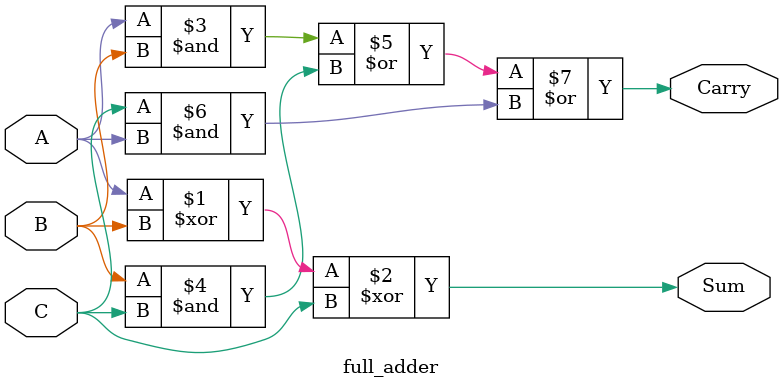
<source format=v>
`timescale 10ns / 1ns


module rippleCarryAdder(
    input [3:0]a,b,
    input cin,
    output [3:0]sum,
    output c4);

    wire c1,c2,c3;      //Carry out of each full adder

    full_adder fa0(a[0],b[0],cin,sum[0],c1);
    full_adder fa1(a[1],b[1],c1,sum[1],c2);
    full_adder fa2(a[2],b[2],c2,sum[2],c3);
    full_adder fa3(a[3],b[3],c3,sum[3],c4);  
endmodule

module full_adder (
    input A,
    input B,
    input C,
    output Sum,
    output Carry
    );
    
    assign Sum = A^B^C;
    assign Carry = (A&B)|(B&C)|(C&A);
endmodule

</source>
